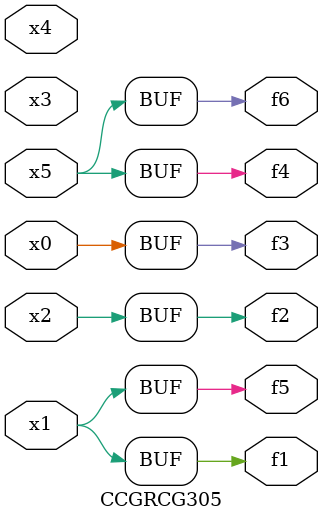
<source format=v>
module CCGRCG305(
	input x0, x1, x2, x3, x4, x5,
	output f1, f2, f3, f4, f5, f6
);
	assign f1 = x1;
	assign f2 = x2;
	assign f3 = x0;
	assign f4 = x5;
	assign f5 = x1;
	assign f6 = x5;
endmodule

</source>
